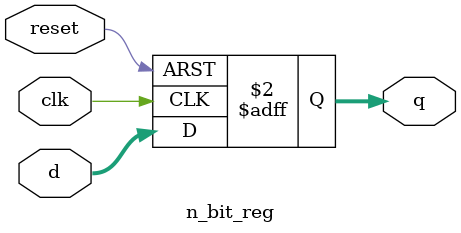
<source format=sv>
module n_bit_reg #(parameter N = 8)
						(input logic clk,
						 input logic reset,
						 input [N-1:0] d,
						 output logic [N-1:0] q);

	always_ff @(posedge clk, posedge reset)
		if (reset) q <= 0;
		else q <= d;
endmodule
</source>
